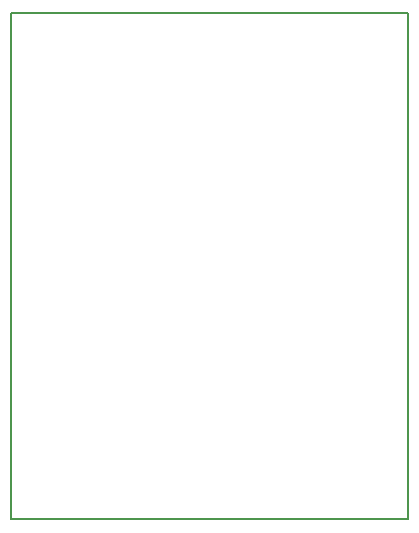
<source format=gbr>
G04 DipTrace 3.1.0.1*
G04 Ãðàíèöûïëàòû.gbr*
%MOIN*%
G04 #@! TF.FileFunction,Profile*
G04 #@! TF.Part,Single*
%ADD11C,0.005512*%
%FSLAX26Y26*%
G04*
G70*
G90*
G75*
G01*
G04 BoardOutline*
%LPD*%
X-5Y1687570D2*
D11*
X1325134D1*
Y-108D1*
X-5D1*
Y1687570D1*
M02*

</source>
